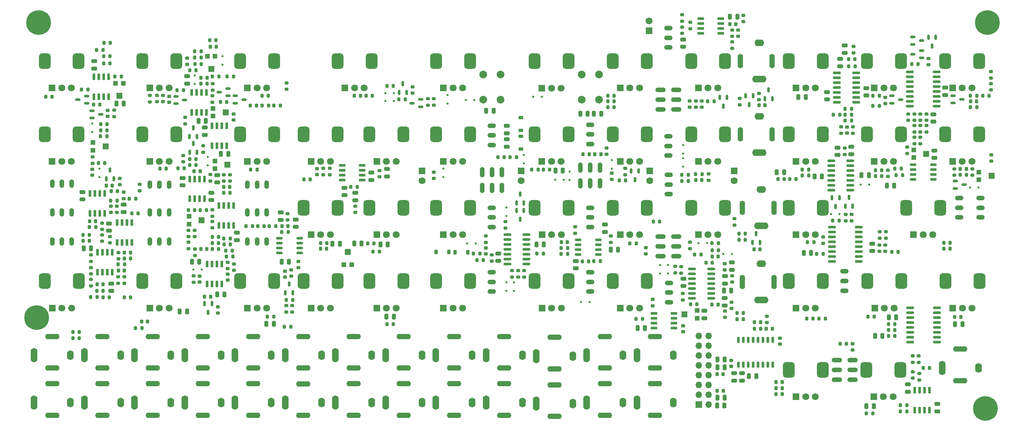
<source format=gbr>
%TF.GenerationSoftware,KiCad,Pcbnew,7.0.9*%
%TF.CreationDate,2023-12-27T11:06:13-06:00*%
%TF.ProjectId,SynthProj,53796e74-6850-4726-9f6a-2e6b69636164,rev?*%
%TF.SameCoordinates,Original*%
%TF.FileFunction,Soldermask,Top*%
%TF.FilePolarity,Negative*%
%FSLAX46Y46*%
G04 Gerber Fmt 4.6, Leading zero omitted, Abs format (unit mm)*
G04 Created by KiCad (PCBNEW 7.0.9) date 2023-12-27 11:06:13*
%MOMM*%
%LPD*%
G01*
G04 APERTURE LIST*
G04 Aperture macros list*
%AMRoundRect*
0 Rectangle with rounded corners*
0 $1 Rounding radius*
0 $2 $3 $4 $5 $6 $7 $8 $9 X,Y pos of 4 corners*
0 Add a 4 corners polygon primitive as box body*
4,1,4,$2,$3,$4,$5,$6,$7,$8,$9,$2,$3,0*
0 Add four circle primitives for the rounded corners*
1,1,$1+$1,$2,$3*
1,1,$1+$1,$4,$5*
1,1,$1+$1,$6,$7*
1,1,$1+$1,$8,$9*
0 Add four rect primitives between the rounded corners*
20,1,$1+$1,$2,$3,$4,$5,0*
20,1,$1+$1,$4,$5,$6,$7,0*
20,1,$1+$1,$6,$7,$8,$9,0*
20,1,$1+$1,$8,$9,$2,$3,0*%
G04 Aperture macros list end*
%ADD10C,6.400000*%
%ADD11R,1.200000X1.200000*%
%ADD12R,1.500000X1.600000*%
%ADD13RoundRect,0.200000X0.200000X0.275000X-0.200000X0.275000X-0.200000X-0.275000X0.200000X-0.275000X0*%
%ADD14RoundRect,0.200000X0.275000X-0.200000X0.275000X0.200000X-0.275000X0.200000X-0.275000X-0.200000X0*%
%ADD15O,2.200000X1.250000*%
%ADD16RoundRect,0.150000X0.825000X0.150000X-0.825000X0.150000X-0.825000X-0.150000X0.825000X-0.150000X0*%
%ADD17RoundRect,0.125000X0.125000X0.125000X-0.125000X0.125000X-0.125000X-0.125000X0.125000X-0.125000X0*%
%ADD18RoundRect,0.200000X-0.275000X0.200000X-0.275000X-0.200000X0.275000X-0.200000X0.275000X0.200000X0*%
%ADD19RoundRect,0.250000X-0.250000X-0.475000X0.250000X-0.475000X0.250000X0.475000X-0.250000X0.475000X0*%
%ADD20O,1.750000X3.700000*%
%ADD21O,1.750000X2.500000*%
%ADD22O,3.700000X1.400000*%
%ADD23RoundRect,0.250000X0.475000X-0.250000X0.475000X0.250000X-0.475000X0.250000X-0.475000X-0.250000X0*%
%ADD24RoundRect,0.200000X-0.200000X-0.275000X0.200000X-0.275000X0.200000X0.275000X-0.200000X0.275000X0*%
%ADD25RoundRect,0.125000X0.125000X-0.125000X0.125000X0.125000X-0.125000X0.125000X-0.125000X-0.125000X0*%
%ADD26RoundRect,0.250000X-0.475000X0.250000X-0.475000X-0.250000X0.475000X-0.250000X0.475000X0.250000X0*%
%ADD27R,1.800000X1.800000*%
%ADD28C,1.800000*%
%ADD29RoundRect,0.750000X0.750000X-1.250000X0.750000X1.250000X-0.750000X1.250000X-0.750000X-1.250000X0*%
%ADD30RoundRect,0.225000X-0.225000X-0.250000X0.225000X-0.250000X0.225000X0.250000X-0.225000X0.250000X0*%
%ADD31RoundRect,0.150000X0.725000X0.150000X-0.725000X0.150000X-0.725000X-0.150000X0.725000X-0.150000X0*%
%ADD32RoundRect,0.225000X0.375000X-0.225000X0.375000X0.225000X-0.375000X0.225000X-0.375000X-0.225000X0*%
%ADD33O,2.700000X1.250000*%
%ADD34RoundRect,0.150000X-0.825000X-0.150000X0.825000X-0.150000X0.825000X0.150000X-0.825000X0.150000X0*%
%ADD35RoundRect,0.225000X-0.375000X0.225000X-0.375000X-0.225000X0.375000X-0.225000X0.375000X0.225000X0*%
%ADD36RoundRect,0.150000X-0.725000X-0.150000X0.725000X-0.150000X0.725000X0.150000X-0.725000X0.150000X0*%
%ADD37RoundRect,0.150000X-0.512500X-0.150000X0.512500X-0.150000X0.512500X0.150000X-0.512500X0.150000X0*%
%ADD38RoundRect,0.150000X0.150000X-0.650000X0.150000X0.650000X-0.150000X0.650000X-0.150000X-0.650000X0*%
%ADD39O,1.250000X2.700000*%
%ADD40RoundRect,0.150000X0.150000X-0.512500X0.150000X0.512500X-0.150000X0.512500X-0.150000X-0.512500X0*%
%ADD41RoundRect,0.125000X-0.125000X0.125000X-0.125000X-0.125000X0.125000X-0.125000X0.125000X0.125000X0*%
%ADD42RoundRect,0.150000X-0.150000X0.512500X-0.150000X-0.512500X0.150000X-0.512500X0.150000X0.512500X0*%
%ADD43RoundRect,0.225000X0.225000X0.250000X-0.225000X0.250000X-0.225000X-0.250000X0.225000X-0.250000X0*%
%ADD44RoundRect,0.150000X-0.837500X-0.150000X0.837500X-0.150000X0.837500X0.150000X-0.837500X0.150000X0*%
%ADD45RoundRect,0.150000X-0.150000X0.725000X-0.150000X-0.725000X0.150000X-0.725000X0.150000X0.725000X0*%
%ADD46RoundRect,0.250000X0.250000X0.475000X-0.250000X0.475000X-0.250000X-0.475000X0.250000X-0.475000X0*%
%ADD47RoundRect,0.150000X-0.675000X-0.150000X0.675000X-0.150000X0.675000X0.150000X-0.675000X0.150000X0*%
%ADD48R,1.600000X1.500000*%
%ADD49RoundRect,0.150000X0.512500X0.150000X-0.512500X0.150000X-0.512500X-0.150000X0.512500X-0.150000X0*%
%ADD50O,1.250000X2.200000*%
%ADD51RoundRect,0.225000X0.250000X-0.225000X0.250000X0.225000X-0.250000X0.225000X-0.250000X-0.225000X0*%
%ADD52O,3.700000X1.750000*%
%ADD53O,2.500000X1.750000*%
%ADD54O,1.400000X3.700000*%
%ADD55RoundRect,0.125000X-0.125000X-0.125000X0.125000X-0.125000X0.125000X0.125000X-0.125000X0.125000X0*%
%ADD56RoundRect,0.225000X-0.250000X0.225000X-0.250000X-0.225000X0.250000X-0.225000X0.250000X0.225000X0*%
%ADD57C,2.000000*%
%ADD58RoundRect,0.225000X-0.225000X-0.375000X0.225000X-0.375000X0.225000X0.375000X-0.225000X0.375000X0*%
%ADD59RoundRect,0.150000X0.150000X-0.725000X0.150000X0.725000X-0.150000X0.725000X-0.150000X-0.725000X0*%
%ADD60RoundRect,0.150000X0.837500X0.150000X-0.837500X0.150000X-0.837500X-0.150000X0.837500X-0.150000X0*%
%ADD61RoundRect,0.225000X0.225000X0.375000X-0.225000X0.375000X-0.225000X-0.375000X0.225000X-0.375000X0*%
%ADD62R,1.700000X1.700000*%
%ADD63O,1.700000X1.700000*%
G04 APERTURE END LIST*
D10*
%TO.C,H4*%
X149500000Y-218000000D03*
%TD*%
%TO.C,H3*%
X150000000Y-141500000D03*
%TD*%
%TO.C,H2*%
X395500000Y-141500000D03*
%TD*%
%TO.C,H1*%
X395000000Y-241500000D03*
%TD*%
D11*
%TO.C,RV6*%
X393322400Y-180267600D03*
D12*
X396572400Y-181267600D03*
D11*
X393322400Y-182267600D03*
%TD*%
D13*
%TO.C,R291*%
X350625000Y-198450000D03*
X348975000Y-198450000D03*
%TD*%
D14*
%TO.C,R57*%
X163918600Y-178016400D03*
X163918600Y-176366400D03*
%TD*%
D15*
%TO.C,SW12*%
X313000000Y-176000000D03*
X313000000Y-173500000D03*
X313000000Y-171000000D03*
%TD*%
D16*
%TO.C,U28*%
X361529400Y-162179000D03*
X361529400Y-160909000D03*
X361529400Y-159639000D03*
X361529400Y-158369000D03*
X361529400Y-157099000D03*
X361529400Y-155829000D03*
X361529400Y-154559000D03*
X356579400Y-154559000D03*
X356579400Y-155829000D03*
X356579400Y-157099000D03*
X356579400Y-158369000D03*
X356579400Y-159639000D03*
X356579400Y-160909000D03*
X356579400Y-162179000D03*
%TD*%
D17*
%TO.C,D24*%
X280214000Y-160728200D03*
X278014000Y-160728200D03*
%TD*%
D18*
%TO.C,R219*%
X318516000Y-198425800D03*
X318516000Y-200075800D03*
%TD*%
D13*
%TO.C,R4*%
X385891400Y-198615800D03*
X384241400Y-198615800D03*
%TD*%
D19*
%TO.C,C147*%
X341000000Y-180300000D03*
X342900000Y-180300000D03*
%TD*%
D20*
%TO.C,J34*%
X304800000Y-240000000D03*
D21*
X314200000Y-240000000D03*
D22*
X309500000Y-235100000D03*
X309500000Y-243300000D03*
%TD*%
D23*
%TO.C,C110*%
X322275200Y-218145400D03*
X322275200Y-216245400D03*
%TD*%
D24*
%TO.C,R263*%
X358686600Y-163908400D03*
X360336600Y-163908400D03*
%TD*%
D25*
%TO.C,D27*%
X254750000Y-181600000D03*
X254750000Y-179400000D03*
%TD*%
D14*
%TO.C,R290*%
X358851200Y-192900800D03*
X358851200Y-191250800D03*
%TD*%
D20*
%TO.C,J17*%
X213800000Y-227750000D03*
D21*
X223200000Y-227750000D03*
D22*
X218500000Y-222850000D03*
X218500000Y-231050000D03*
%TD*%
D18*
%TO.C,R286*%
X329438000Y-207112600D03*
X329438000Y-208762600D03*
%TD*%
D24*
%TO.C,R91*%
X189065400Y-153898600D03*
X190715400Y-153898600D03*
%TD*%
D26*
%TO.C,C87*%
X316825000Y-207875000D03*
X316825000Y-209775000D03*
%TD*%
D20*
%TO.C,J22*%
X200800000Y-240000000D03*
D21*
X210200000Y-240000000D03*
D22*
X205500000Y-235100000D03*
X205500000Y-243300000D03*
%TD*%
D19*
%TO.C,C88*%
X327350000Y-210950000D03*
X329250000Y-210950000D03*
%TD*%
D24*
%TO.C,R60*%
X165025000Y-211010000D03*
X166675000Y-211010000D03*
%TD*%
D18*
%TO.C,R185*%
X194945000Y-160529000D03*
X194945000Y-162179000D03*
%TD*%
D23*
%TO.C,C41*%
X236093000Y-182306000D03*
X236093000Y-180406000D03*
%TD*%
D13*
%TO.C,R28*%
X392772400Y-163449000D03*
X391122400Y-163449000D03*
%TD*%
D27*
%TO.C,RV36*%
X320750000Y-158500000D03*
D28*
X323250000Y-158500000D03*
X325750000Y-158500000D03*
D29*
X318850000Y-151500000D03*
X327650000Y-151500000D03*
%TD*%
D30*
%TO.C,C20*%
X163195000Y-192977000D03*
X164745000Y-192977000D03*
%TD*%
D31*
%TO.C,U13*%
X326475800Y-144322800D03*
X326475800Y-143052800D03*
X326475800Y-141782800D03*
X326475800Y-140512800D03*
X321325800Y-140512800D03*
X321325800Y-141782800D03*
X321325800Y-143052800D03*
X321325800Y-144322800D03*
%TD*%
D18*
%TO.C,R120*%
X215315800Y-205600800D03*
X215315800Y-207250800D03*
%TD*%
D32*
%TO.C,D21*%
X274777200Y-169455600D03*
X274777200Y-166155600D03*
%TD*%
D14*
%TO.C,R208*%
X214100000Y-216525000D03*
X214100000Y-214875000D03*
%TD*%
D20*
%TO.C,J21*%
X265800000Y-240000000D03*
D21*
X275200000Y-240000000D03*
D22*
X270500000Y-235100000D03*
X270500000Y-243300000D03*
%TD*%
D30*
%TO.C,C107*%
X320077800Y-182334400D03*
X321627800Y-182334400D03*
%TD*%
D13*
%TO.C,R87*%
X193611000Y-157378400D03*
X191961000Y-157378400D03*
%TD*%
D33*
%TO.C,SW28*%
X310970000Y-202040000D03*
X310970000Y-199500000D03*
X310970000Y-196960000D03*
X315030000Y-202040000D03*
X315030000Y-199500000D03*
X315030000Y-196960000D03*
%TD*%
D18*
%TO.C,R154*%
X272491200Y-205804000D03*
X272491200Y-207454000D03*
%TD*%
D13*
%TO.C,R55*%
X167092600Y-177965600D03*
X165442600Y-177965600D03*
%TD*%
D23*
%TO.C,C36*%
X382524000Y-242250000D03*
X382524000Y-240350000D03*
%TD*%
D27*
%TO.C,RV19*%
X386560000Y-215500000D03*
D28*
X389060000Y-215500000D03*
X391560000Y-215500000D03*
D29*
X384660000Y-208500000D03*
X393460000Y-208500000D03*
%TD*%
D24*
%TO.C,R282*%
X366525000Y-181350000D03*
X368175000Y-181350000D03*
%TD*%
D13*
%TO.C,R134*%
X270496800Y-176416200D03*
X268846800Y-176416200D03*
%TD*%
D23*
%TO.C,C81*%
X268960600Y-203250800D03*
X268960600Y-201350800D03*
%TD*%
D14*
%TO.C,R22*%
X379730000Y-169889600D03*
X379730000Y-168239600D03*
%TD*%
%TO.C,R285*%
X329300000Y-215650000D03*
X329300000Y-214000000D03*
%TD*%
D13*
%TO.C,R141*%
X244871800Y-161395600D03*
X243221800Y-161395600D03*
%TD*%
D24*
%TO.C,R245*%
X240144800Y-219710000D03*
X241794800Y-219710000D03*
%TD*%
D34*
%TO.C,U15*%
X271275000Y-196440000D03*
X271275000Y-197710000D03*
X271275000Y-198980000D03*
X271275000Y-200250000D03*
X271275000Y-201520000D03*
X271275000Y-202790000D03*
X271275000Y-204060000D03*
X276225000Y-204060000D03*
X276225000Y-202790000D03*
X276225000Y-201520000D03*
X276225000Y-200250000D03*
X276225000Y-198980000D03*
X276225000Y-197710000D03*
X276225000Y-196440000D03*
%TD*%
D14*
%TO.C,R174*%
X316650000Y-213400000D03*
X316650000Y-211750000D03*
%TD*%
D18*
%TO.C,R51*%
X170200000Y-189075000D03*
X170200000Y-190725000D03*
%TD*%
D35*
%TO.C,D20*%
X274777200Y-171032400D03*
X274777200Y-174332400D03*
%TD*%
D24*
%TO.C,R189*%
X194958200Y-155498800D03*
X196608200Y-155498800D03*
%TD*%
D18*
%TO.C,R50*%
X168700000Y-189075000D03*
X168700000Y-190725000D03*
%TD*%
D26*
%TO.C,C94*%
X196189600Y-181041000D03*
X196189600Y-182941000D03*
%TD*%
D13*
%TO.C,R70*%
X190374400Y-190128600D03*
X188724400Y-190128600D03*
%TD*%
%TO.C,R186*%
X212518600Y-163041800D03*
X210868600Y-163041800D03*
%TD*%
D14*
%TO.C,R298*%
X358571800Y-175729400D03*
X358571800Y-174079400D03*
%TD*%
D23*
%TO.C,C76*%
X271100000Y-170200000D03*
X271100000Y-168300000D03*
%TD*%
D18*
%TO.C,R194*%
X198958200Y-203632800D03*
X198958200Y-205282800D03*
%TD*%
D27*
%TO.C,RV5*%
X386500000Y-177500000D03*
D28*
X389000000Y-177500000D03*
X391500000Y-177500000D03*
D29*
X384600000Y-170500000D03*
X393400000Y-170500000D03*
%TD*%
D23*
%TO.C,C58*%
X212623400Y-192643800D03*
X212623400Y-190743800D03*
%TD*%
D36*
%TO.C,U11*%
X228565000Y-178499000D03*
X228565000Y-179769000D03*
X228565000Y-181039000D03*
X228565000Y-182309000D03*
X233715000Y-182309000D03*
X233715000Y-181039000D03*
X233715000Y-179769000D03*
X233715000Y-178499000D03*
%TD*%
D24*
%TO.C,R150*%
X263398000Y-203098400D03*
X265048000Y-203098400D03*
%TD*%
D14*
%TO.C,R203*%
X194945000Y-191693800D03*
X194945000Y-190043800D03*
%TD*%
%TO.C,R6*%
X369798600Y-181444400D03*
X369798600Y-179794400D03*
%TD*%
D24*
%TO.C,R270*%
X341325000Y-182100000D03*
X342975000Y-182100000D03*
%TD*%
D13*
%TO.C,R63*%
X165100000Y-212660000D03*
X163450000Y-212660000D03*
%TD*%
D30*
%TO.C,C30*%
X190221400Y-180044800D03*
X191771400Y-180044800D03*
%TD*%
D36*
%TO.C,U20*%
X309235400Y-216890600D03*
X309235400Y-218160600D03*
X309235400Y-219430600D03*
X309235400Y-220700600D03*
X314385400Y-220700600D03*
X314385400Y-219430600D03*
X314385400Y-218160600D03*
X314385400Y-216890600D03*
%TD*%
D20*
%TO.C,J20*%
X252800000Y-240000000D03*
D21*
X262200000Y-240000000D03*
D22*
X257500000Y-235100000D03*
X257500000Y-243300000D03*
%TD*%
D13*
%TO.C,R102*%
X371588800Y-222758000D03*
X369938800Y-222758000D03*
%TD*%
D23*
%TO.C,C35*%
X374904000Y-237170000D03*
X374904000Y-235270000D03*
%TD*%
D27*
%TO.C,RV22*%
X220500000Y-196500000D03*
D28*
X223000000Y-196500000D03*
X225500000Y-196500000D03*
D29*
X218600000Y-189500000D03*
X227400000Y-189500000D03*
%TD*%
D37*
%TO.C,Q4*%
X376201800Y-145275800D03*
X376201800Y-147175800D03*
X378476800Y-146225800D03*
%TD*%
D27*
%TO.C,RV1*%
X386500000Y-158500000D03*
D28*
X389000000Y-158500000D03*
X391500000Y-158500000D03*
D29*
X384600000Y-151500000D03*
X393400000Y-151500000D03*
%TD*%
D24*
%TO.C,R199*%
X197967600Y-198983600D03*
X199617600Y-198983600D03*
%TD*%
D13*
%TO.C,R135*%
X241773000Y-157992000D03*
X240123000Y-157992000D03*
%TD*%
D18*
%TO.C,R29*%
X379730000Y-165202600D03*
X379730000Y-166852600D03*
%TD*%
D38*
%TO.C,U31*%
X331110000Y-230200000D03*
X332380000Y-230200000D03*
X333650000Y-230200000D03*
X334920000Y-230200000D03*
X336190000Y-230200000D03*
X337460000Y-230200000D03*
X338730000Y-230200000D03*
X340000000Y-230200000D03*
X340000000Y-223700000D03*
X338730000Y-223700000D03*
X337460000Y-223700000D03*
X336190000Y-223700000D03*
X334920000Y-223700000D03*
X333650000Y-223700000D03*
X332380000Y-223700000D03*
X331110000Y-223700000D03*
%TD*%
D23*
%TO.C,C142*%
X331978000Y-234310000D03*
X331978000Y-232410000D03*
%TD*%
D19*
%TO.C,C82*%
X278831000Y-199009000D03*
X280731000Y-199009000D03*
%TD*%
D30*
%TO.C,C34*%
X170624400Y-205804000D03*
X172174400Y-205804000D03*
%TD*%
D17*
%TO.C,D18*%
X263075600Y-198755000D03*
X260875600Y-198755000D03*
%TD*%
D14*
%TO.C,R90*%
X176149000Y-185102000D03*
X176149000Y-183452000D03*
%TD*%
D26*
%TO.C,C42*%
X229108000Y-184343000D03*
X229108000Y-186243000D03*
%TD*%
D13*
%TO.C,R171*%
X332892800Y-196215000D03*
X331242800Y-196215000D03*
%TD*%
D18*
%TO.C,R35*%
X163547000Y-205028000D03*
X163547000Y-206678000D03*
%TD*%
%TO.C,R12*%
X378162500Y-171272200D03*
X378162500Y-172922200D03*
%TD*%
D27*
%TO.C,RV78*%
X346000000Y-177500000D03*
D28*
X348500000Y-177500000D03*
X351000000Y-177500000D03*
D29*
X344100000Y-170500000D03*
X352900000Y-170500000D03*
%TD*%
D14*
%TO.C,R58*%
X163525000Y-203410000D03*
X163525000Y-201760000D03*
%TD*%
D13*
%TO.C,R184*%
X200431400Y-155486600D03*
X198781400Y-155486600D03*
%TD*%
D39*
%TO.C,SW20*%
X269840000Y-184380000D03*
X267300000Y-184380000D03*
X264760000Y-184380000D03*
X269840000Y-180320000D03*
X267300000Y-180320000D03*
X264760000Y-180320000D03*
%TD*%
D40*
%TO.C,Q9*%
X167515000Y-181990000D03*
X169415000Y-181990000D03*
X168465000Y-179715000D03*
%TD*%
D20*
%TO.C,J4*%
X148800000Y-227750000D03*
D21*
X158200000Y-227750000D03*
D22*
X153500000Y-222850000D03*
X153500000Y-231050000D03*
%TD*%
D14*
%TO.C,R3*%
X231902000Y-190754000D03*
X231902000Y-189104000D03*
%TD*%
D18*
%TO.C,R278*%
X338455000Y-217615000D03*
X338455000Y-219265000D03*
%TD*%
D19*
%TO.C,C64*%
X325562000Y-240792000D03*
X327462000Y-240792000D03*
%TD*%
D18*
%TO.C,R20*%
X375056400Y-165202600D03*
X375056400Y-166852600D03*
%TD*%
D13*
%TO.C,R211*%
X306234600Y-218287600D03*
X304584600Y-218287600D03*
%TD*%
D14*
%TO.C,R302*%
X367550000Y-200825000D03*
X367550000Y-199175000D03*
%TD*%
D26*
%TO.C,C25*%
X188400000Y-155450000D03*
X188400000Y-157350000D03*
%TD*%
D20*
%TO.C,J14*%
X265800000Y-227750000D03*
D21*
X275200000Y-227750000D03*
D22*
X270500000Y-222850000D03*
X270500000Y-231050000D03*
%TD*%
D24*
%TO.C,R121*%
X222923600Y-198678800D03*
X224573600Y-198678800D03*
%TD*%
D17*
%TO.C,D82*%
X364980400Y-183489600D03*
X362780400Y-183489600D03*
%TD*%
D14*
%TO.C,R109*%
X377901200Y-234124000D03*
X377901200Y-232474000D03*
%TD*%
D41*
%TO.C,D37*%
X310845200Y-204348400D03*
X310845200Y-206548400D03*
%TD*%
D20*
%TO.C,J12*%
X278800000Y-227965000D03*
D21*
X288200000Y-227965000D03*
D22*
X283500000Y-223065000D03*
X283500000Y-231265000D03*
%TD*%
D24*
%TO.C,R264*%
X358686600Y-166956400D03*
X360336600Y-166956400D03*
%TD*%
D26*
%TO.C,C11*%
X384606800Y-158409600D03*
X384606800Y-160309600D03*
%TD*%
D24*
%TO.C,R288*%
X348755200Y-218211400D03*
X350405200Y-218211400D03*
%TD*%
D18*
%TO.C,R96*%
X172186600Y-207430600D03*
X172186600Y-209080600D03*
%TD*%
D15*
%TO.C,SW22*%
X292750000Y-168000000D03*
X292750000Y-170500000D03*
X292750000Y-173000000D03*
%TD*%
D13*
%TO.C,R85*%
X192025000Y-149000000D03*
X190375000Y-149000000D03*
%TD*%
D17*
%TO.C,D1*%
X393195600Y-184243600D03*
X390995600Y-184243600D03*
%TD*%
D13*
%TO.C,R187*%
X209460600Y-163030400D03*
X207810600Y-163030400D03*
%TD*%
D42*
%TO.C,Q15*%
X275550000Y-190212500D03*
X273650000Y-190212500D03*
X274600000Y-192487500D03*
%TD*%
D13*
%TO.C,R113*%
X236784600Y-198740400D03*
X235134600Y-198740400D03*
%TD*%
D18*
%TO.C,R76*%
X194462400Y-180898800D03*
X194462400Y-182548800D03*
%TD*%
D33*
%TO.C,SW13*%
X310970000Y-164040000D03*
X310970000Y-161500000D03*
X310970000Y-158960000D03*
X315030000Y-164040000D03*
X315030000Y-161500000D03*
X315030000Y-158960000D03*
%TD*%
D43*
%TO.C,C32*%
X193561000Y-155829000D03*
X192011000Y-155829000D03*
%TD*%
D14*
%TO.C,R98*%
X376245000Y-229572600D03*
X376245000Y-227922600D03*
%TD*%
D43*
%TO.C,C45*%
X233250000Y-160488000D03*
X231700000Y-160488000D03*
%TD*%
D24*
%TO.C,R300*%
X351350000Y-201450000D03*
X353000000Y-201450000D03*
%TD*%
D19*
%TO.C,C115*%
X238419600Y-198983600D03*
X240319600Y-198983600D03*
%TD*%
D44*
%TO.C,U2*%
X375431700Y-154292800D03*
X375431700Y-155562800D03*
X375431700Y-156832800D03*
X375431700Y-158102800D03*
X375431700Y-159372800D03*
X375431700Y-160642800D03*
X375431700Y-161912800D03*
X375431700Y-163182800D03*
X382356700Y-163182800D03*
X382356700Y-161912800D03*
X382356700Y-160642800D03*
X382356700Y-159372800D03*
X382356700Y-158102800D03*
X382356700Y-156832800D03*
X382356700Y-155562800D03*
X382356700Y-154292800D03*
%TD*%
D45*
%TO.C,U8*%
X174091600Y-193348400D03*
X172821600Y-193348400D03*
X171551600Y-193348400D03*
X170281600Y-193348400D03*
X170281600Y-198498400D03*
X171551600Y-198498400D03*
X172821600Y-198498400D03*
X174091600Y-198498400D03*
%TD*%
D24*
%TO.C,R100*%
X387007600Y-217830400D03*
X388657600Y-217830400D03*
%TD*%
%TO.C,R44*%
X164180000Y-162740000D03*
X165830000Y-162740000D03*
%TD*%
D46*
%TO.C,C63*%
X327528000Y-228854000D03*
X325628000Y-228854000D03*
%TD*%
D15*
%TO.C,SW27*%
X313100000Y-209000000D03*
X313100000Y-211500000D03*
X313100000Y-214000000D03*
%TD*%
D30*
%TO.C,C90*%
X324319600Y-202146400D03*
X325869600Y-202146400D03*
%TD*%
D13*
%TO.C,R10*%
X385891400Y-200139800D03*
X384241400Y-200139800D03*
%TD*%
D46*
%TO.C,C74*%
X299958800Y-200343000D03*
X298058800Y-200343000D03*
%TD*%
D14*
%TO.C,R279*%
X336400000Y-161525000D03*
X336400000Y-159875000D03*
%TD*%
D20*
%TO.C,J18*%
X304800000Y-227750000D03*
D21*
X314200000Y-227750000D03*
D22*
X309500000Y-222850000D03*
X309500000Y-231050000D03*
%TD*%
D18*
%TO.C,R124*%
X316560200Y-139535400D03*
X316560200Y-141185400D03*
%TD*%
D14*
%TO.C,R201*%
X194970400Y-194716400D03*
X194970400Y-193066400D03*
%TD*%
D47*
%TO.C,U12*%
X212309800Y-197434200D03*
X212309800Y-198704200D03*
X212309800Y-199974200D03*
X212309800Y-201244200D03*
X217559800Y-201244200D03*
X217559800Y-199974200D03*
X217559800Y-198704200D03*
X217559800Y-197434200D03*
%TD*%
D14*
%TO.C,R202*%
X196418200Y-216814400D03*
X196418200Y-215164400D03*
%TD*%
D23*
%TO.C,C28*%
X194691000Y-187513000D03*
X194691000Y-185613000D03*
%TD*%
D14*
%TO.C,R81*%
X195000000Y-159025000D03*
X195000000Y-157375000D03*
%TD*%
%TO.C,R146*%
X267233400Y-203352400D03*
X267233400Y-201702400D03*
%TD*%
D37*
%TO.C,Q20*%
X200868700Y-160517800D03*
X200868700Y-162417800D03*
X203143700Y-161467800D03*
%TD*%
D11*
%TO.C,RV25*%
X228997000Y-204238000D03*
D48*
X229997000Y-200988000D03*
D11*
X230997000Y-204238000D03*
%TD*%
D23*
%TO.C,C89*%
X327600000Y-209150000D03*
X327600000Y-207250000D03*
%TD*%
D49*
%TO.C,Q3*%
X378476800Y-150681000D03*
X378476800Y-148781000D03*
X376201800Y-149731000D03*
%TD*%
D26*
%TO.C,C95*%
X201269600Y-196001600D03*
X201269600Y-197901600D03*
%TD*%
D24*
%TO.C,R213*%
X309055000Y-193065400D03*
X310705000Y-193065400D03*
%TD*%
D50*
%TO.C,SW9*%
X153500000Y-183250000D03*
X156000000Y-183250000D03*
X158500000Y-183250000D03*
%TD*%
D27*
%TO.C,RV17*%
X178750000Y-215500000D03*
D28*
X181250000Y-215500000D03*
X183750000Y-215500000D03*
D29*
X176850000Y-208500000D03*
X185650000Y-208500000D03*
%TD*%
D27*
%TO.C,RV50*%
X220500000Y-177500000D03*
D28*
X223000000Y-177500000D03*
X225500000Y-177500000D03*
D29*
X218600000Y-170500000D03*
X227400000Y-170500000D03*
%TD*%
D30*
%TO.C,C146*%
X340850000Y-234700000D03*
X342400000Y-234700000D03*
%TD*%
D20*
%TO.C,J3*%
X174800000Y-240000000D03*
D21*
X184200000Y-240000000D03*
D22*
X179500000Y-235100000D03*
X179500000Y-243300000D03*
%TD*%
D24*
%TO.C,R178*%
X207773000Y-160515800D03*
X209423000Y-160515800D03*
%TD*%
D26*
%TO.C,C12*%
X381533400Y-165293000D03*
X381533400Y-167193000D03*
%TD*%
D51*
%TO.C,C114*%
X221996000Y-180925000D03*
X221996000Y-179375000D03*
%TD*%
D52*
%TO.C,J32*%
X336500000Y-175200000D03*
D53*
X336500000Y-165800000D03*
D54*
X331600000Y-170500000D03*
X339800000Y-170500000D03*
%TD*%
D15*
%TO.C,SW18*%
X267250000Y-194500000D03*
X267250000Y-192000000D03*
X267250000Y-189500000D03*
%TD*%
D41*
%TO.C,D26*%
X255778000Y-160326800D03*
X255778000Y-162526800D03*
%TD*%
D26*
%TO.C,C51*%
X216500000Y-192550000D03*
X216500000Y-194450000D03*
%TD*%
D24*
%TO.C,R73*%
X186017400Y-179247800D03*
X187667400Y-179247800D03*
%TD*%
D55*
%TO.C,D15*%
X239746400Y-159820800D03*
X241946400Y-159820800D03*
%TD*%
D18*
%TO.C,R188*%
X190423800Y-200203800D03*
X190423800Y-201853800D03*
%TD*%
%TO.C,R145*%
X296976800Y-174003200D03*
X296976800Y-175653200D03*
%TD*%
D15*
%TO.C,SW1*%
X393750000Y-192000000D03*
X393750000Y-189500000D03*
X393750000Y-187000000D03*
%TD*%
D41*
%TO.C,D3*%
X165697600Y-179337200D03*
X165697600Y-181537200D03*
%TD*%
D40*
%TO.C,Q18*%
X243300000Y-159637500D03*
X245200000Y-159637500D03*
X244250000Y-157362500D03*
%TD*%
D11*
%TO.C,RV45*%
X195126200Y-163783000D03*
D12*
X198376200Y-164783000D03*
D11*
X195126200Y-165783000D03*
%TD*%
D20*
%TO.C,J8*%
X161800000Y-240000000D03*
D21*
X171200000Y-240000000D03*
D22*
X166500000Y-235100000D03*
X166500000Y-243300000D03*
%TD*%
D18*
%TO.C,R155*%
X298297600Y-180556400D03*
X298297600Y-182206400D03*
%TD*%
D43*
%TO.C,C105*%
X199428400Y-184112400D03*
X197878400Y-184112400D03*
%TD*%
D24*
%TO.C,R103*%
X369938800Y-221234000D03*
X371588800Y-221234000D03*
%TD*%
D20*
%TO.C,J23*%
X200800000Y-227750000D03*
D21*
X210200000Y-227750000D03*
D22*
X205500000Y-222850000D03*
X205500000Y-231050000D03*
%TD*%
D46*
%TO.C,C15*%
X188402000Y-216331800D03*
X186502000Y-216331800D03*
%TD*%
%TO.C,C6*%
X163535400Y-200025000D03*
X161635400Y-200025000D03*
%TD*%
D14*
%TO.C,R18*%
X374751600Y-175437800D03*
X374751600Y-173787800D03*
%TD*%
D47*
%TO.C,U1*%
X376258000Y-178372000D03*
X376258000Y-179642000D03*
X376258000Y-180912000D03*
X376258000Y-182182000D03*
X381508000Y-182182000D03*
X381508000Y-180912000D03*
X381508000Y-179642000D03*
X381508000Y-178372000D03*
%TD*%
D56*
%TO.C,C8*%
X369064400Y-160934600D03*
X369064400Y-162484600D03*
%TD*%
D24*
%TO.C,R244*%
X236538000Y-200837800D03*
X238188000Y-200837800D03*
%TD*%
D13*
%TO.C,R196*%
X196582800Y-197091800D03*
X194932800Y-197091800D03*
%TD*%
D18*
%TO.C,R130*%
X318643000Y-141465800D03*
X318643000Y-143115800D03*
%TD*%
D19*
%TO.C,C69*%
X283750000Y-179900000D03*
X285650000Y-179900000D03*
%TD*%
D13*
%TO.C,R5*%
X392772400Y-160451800D03*
X391122400Y-160451800D03*
%TD*%
D25*
%TO.C,D30*%
X271018000Y-191664000D03*
X271018000Y-189464000D03*
%TD*%
D14*
%TO.C,R19*%
X376613100Y-166852600D03*
X376613100Y-165202600D03*
%TD*%
D30*
%TO.C,C102*%
X192925400Y-212585800D03*
X194475400Y-212585800D03*
%TD*%
D19*
%TO.C,C99*%
X387162000Y-219710000D03*
X389062000Y-219710000D03*
%TD*%
D13*
%TO.C,R207*%
X199516000Y-185661800D03*
X197866000Y-185661800D03*
%TD*%
D24*
%TO.C,R197*%
X198450200Y-200588400D03*
X200100200Y-200588400D03*
%TD*%
D56*
%TO.C,C103*%
X198958200Y-206718400D03*
X198958200Y-208268400D03*
%TD*%
D57*
%TO.C,SW15*%
X290500000Y-161500000D03*
X290500000Y-155000000D03*
X295000000Y-161500000D03*
X295000000Y-155000000D03*
%TD*%
D24*
%TO.C,R289*%
X355486200Y-192850000D03*
X357136200Y-192850000D03*
%TD*%
%TO.C,R159*%
X290665400Y-203377800D03*
X292315400Y-203377800D03*
%TD*%
%TO.C,R215*%
X300225000Y-182400000D03*
X301875000Y-182400000D03*
%TD*%
D15*
%TO.C,SW2*%
X388250000Y-187000000D03*
X388250000Y-189500000D03*
X388250000Y-192000000D03*
%TD*%
D24*
%TO.C,R193*%
X194932800Y-198641200D03*
X196582800Y-198641200D03*
%TD*%
D37*
%TO.C,Q6*%
X386593500Y-160467000D03*
X386593500Y-162367000D03*
X388868500Y-161417000D03*
%TD*%
D24*
%TO.C,R83*%
X174104800Y-190931800D03*
X175754800Y-190931800D03*
%TD*%
D27*
%TO.C,D32*%
X330000000Y-180000000D03*
D28*
X330000000Y-182540000D03*
%TD*%
D50*
%TO.C,SW6*%
X183750000Y-190750000D03*
X181250000Y-190750000D03*
X178750000Y-190750000D03*
%TD*%
D18*
%TO.C,R304*%
X369100000Y-199175000D03*
X369100000Y-200825000D03*
%TD*%
D46*
%TO.C,C37*%
X368361000Y-222758000D03*
X366461000Y-222758000D03*
%TD*%
D20*
%TO.C,J2*%
X187800000Y-240000000D03*
D21*
X197200000Y-240000000D03*
D22*
X192500000Y-235100000D03*
X192500000Y-243300000D03*
%TD*%
D18*
%TO.C,R179*%
X214198200Y-157164000D03*
X214198200Y-158814000D03*
%TD*%
D11*
%TO.C,RV39*%
X320392200Y-218119200D03*
D12*
X317142200Y-217119200D03*
D11*
X320392200Y-216119200D03*
%TD*%
D46*
%TO.C,C47*%
X233580200Y-198740400D03*
X231680200Y-198740400D03*
%TD*%
D45*
%TO.C,U3*%
X168125000Y-155565000D03*
X166855000Y-155565000D03*
X165585000Y-155565000D03*
X164315000Y-155565000D03*
X164315000Y-160715000D03*
X165585000Y-160715000D03*
X166855000Y-160715000D03*
X168125000Y-160715000D03*
%TD*%
D46*
%TO.C,C75*%
X292059400Y-165164000D03*
X290159400Y-165164000D03*
%TD*%
D11*
%TO.C,RV11*%
X164070000Y-172630000D03*
D12*
X167320000Y-173630000D03*
D11*
X164070000Y-174630000D03*
%TD*%
D13*
%TO.C,R32*%
X162725000Y-158850000D03*
X161075000Y-158850000D03*
%TD*%
D23*
%TO.C,C162*%
X360293400Y-175608600D03*
X360293400Y-173708600D03*
%TD*%
D18*
%TO.C,R151*%
X275666200Y-205791800D03*
X275666200Y-207441800D03*
%TD*%
D14*
%TO.C,R1*%
X396417800Y-155917400D03*
X396417800Y-154267400D03*
%TD*%
D42*
%TO.C,Q26*%
X194828200Y-214343900D03*
X192928200Y-214343900D03*
X193878200Y-216618900D03*
%TD*%
D25*
%TO.C,D4*%
X193776600Y-178524400D03*
X193776600Y-176324400D03*
%TD*%
D18*
%TO.C,R23*%
X391617200Y-179426600D03*
X391617200Y-181076600D03*
%TD*%
D41*
%TO.C,D29*%
X273024600Y-208844200D03*
X273024600Y-211044200D03*
%TD*%
D19*
%TO.C,C98*%
X370017000Y-217932000D03*
X371917000Y-217932000D03*
%TD*%
D50*
%TO.C,SW29*%
X209000000Y-183500000D03*
X206500000Y-183500000D03*
X204000000Y-183500000D03*
%TD*%
D18*
%TO.C,R294*%
X353050000Y-197075000D03*
X353050000Y-198725000D03*
%TD*%
D30*
%TO.C,C68*%
X325602000Y-236982000D03*
X327152000Y-236982000D03*
%TD*%
D23*
%TO.C,C96*%
X192989200Y-170637200D03*
X192989200Y-168737200D03*
%TD*%
D18*
%TO.C,R54*%
X170675000Y-201091000D03*
X170675000Y-202741000D03*
%TD*%
D43*
%TO.C,C71*%
X286816800Y-198438000D03*
X285266800Y-198438000D03*
%TD*%
%TO.C,C151*%
X337962400Y-162987600D03*
X336412400Y-162987600D03*
%TD*%
D55*
%TO.C,D11*%
X290322000Y-213957400D03*
X292522000Y-213957400D03*
%TD*%
D26*
%TO.C,C4*%
X381787400Y-174716400D03*
X381787400Y-176616400D03*
%TD*%
D19*
%TO.C,C148*%
X346588000Y-160846000D03*
X348488000Y-160846000D03*
%TD*%
D24*
%TO.C,R7*%
X365902600Y-160515800D03*
X367552600Y-160515800D03*
%TD*%
D20*
%TO.C,J25*%
X383800000Y-231000000D03*
D21*
X393200000Y-231000000D03*
D22*
X388500000Y-226100000D03*
X388500000Y-234300000D03*
%TD*%
D55*
%TO.C,D35*%
X190009600Y-205511400D03*
X192209600Y-205511400D03*
%TD*%
D50*
%TO.C,SW4*%
X153500000Y-190750000D03*
X156000000Y-190750000D03*
X158500000Y-190750000D03*
%TD*%
D52*
%TO.C,J33*%
X336500000Y-156200000D03*
D53*
X336500000Y-146800000D03*
D54*
X331600000Y-151500000D03*
X339800000Y-151500000D03*
%TD*%
D30*
%TO.C,C59*%
X222973600Y-200152000D03*
X224523600Y-200152000D03*
%TD*%
D37*
%TO.C,Q7*%
X163785000Y-164350000D03*
X163785000Y-166250000D03*
X166060000Y-165300000D03*
%TD*%
D24*
%TO.C,R295*%
X347625000Y-179600000D03*
X349275000Y-179600000D03*
%TD*%
D46*
%TO.C,C43*%
X364850000Y-181050000D03*
X362950000Y-181050000D03*
%TD*%
D18*
%TO.C,R27*%
X380234900Y-150811000D03*
X380234900Y-152461000D03*
%TD*%
D24*
%TO.C,R127*%
X297269400Y-163462200D03*
X298919400Y-163462200D03*
%TD*%
D37*
%TO.C,Q12*%
X185506500Y-160664400D03*
X185506500Y-162564400D03*
X187781500Y-161614400D03*
%TD*%
D24*
%TO.C,R36*%
X166800000Y-152100000D03*
X168450000Y-152100000D03*
%TD*%
D14*
%TO.C,R175*%
X323400000Y-182400000D03*
X323400000Y-180750000D03*
%TD*%
D13*
%TO.C,R214*%
X304634400Y-198780400D03*
X302984400Y-198780400D03*
%TD*%
D46*
%TO.C,C2*%
X172019000Y-162560000D03*
X170119000Y-162560000D03*
%TD*%
D14*
%TO.C,R164*%
X314706000Y-206375000D03*
X314706000Y-204725000D03*
%TD*%
D18*
%TO.C,R273*%
X331400000Y-161175000D03*
X331400000Y-162825000D03*
%TD*%
D23*
%TO.C,C158*%
X358571800Y-149387600D03*
X358571800Y-147487600D03*
%TD*%
D20*
%TO.C,J10*%
X226800000Y-240000000D03*
D21*
X236200000Y-240000000D03*
D22*
X231500000Y-235100000D03*
X231500000Y-243300000D03*
%TD*%
D26*
%TO.C,C78*%
X271100000Y-171784800D03*
X271100000Y-173684800D03*
%TD*%
D24*
%TO.C,R173*%
X318707000Y-214503000D03*
X320357000Y-214503000D03*
%TD*%
D13*
%TO.C,R41*%
X176720000Y-220649800D03*
X175070000Y-220649800D03*
%TD*%
D14*
%TO.C,R69*%
X188798200Y-200089000D03*
X188798200Y-198439000D03*
%TD*%
D16*
%TO.C,U29*%
X360056200Y-184925200D03*
X360056200Y-183655200D03*
X360056200Y-182385200D03*
X360056200Y-181115200D03*
X360056200Y-179845200D03*
X360056200Y-178575200D03*
X360056200Y-177305200D03*
X355106200Y-177305200D03*
X355106200Y-178575200D03*
X355106200Y-179845200D03*
X355106200Y-181115200D03*
X355106200Y-182385200D03*
X355106200Y-183655200D03*
X355106200Y-184925200D03*
%TD*%
D51*
%TO.C,C72*%
X265760200Y-201473400D03*
X265760200Y-199923400D03*
%TD*%
D18*
%TO.C,R17*%
X378162500Y-165202600D03*
X378162500Y-166852600D03*
%TD*%
D25*
%TO.C,D14*%
X271018000Y-211044200D03*
X271018000Y-208844200D03*
%TD*%
D27*
%TO.C,D19*%
X249250000Y-180000000D03*
D28*
X249250000Y-182540000D03*
%TD*%
D14*
%TO.C,R129*%
X318465200Y-163486600D03*
X318465200Y-161836600D03*
%TD*%
D27*
%TO.C,RV27*%
X300500000Y-177500000D03*
D28*
X303000000Y-177500000D03*
X305500000Y-177500000D03*
D29*
X298600000Y-170500000D03*
X307400000Y-170500000D03*
%TD*%
D14*
%TO.C,R138*%
X288848800Y-196126600D03*
X288848800Y-194476600D03*
%TD*%
D20*
%TO.C,J11*%
X291800000Y-240000000D03*
D21*
X301200000Y-240000000D03*
D22*
X296500000Y-235100000D03*
X296500000Y-243300000D03*
%TD*%
D13*
%TO.C,R40*%
X167675000Y-169425000D03*
X166025000Y-169425000D03*
%TD*%
D41*
%TO.C,D25*%
X275539200Y-175798800D03*
X275539200Y-177998800D03*
%TD*%
D43*
%TO.C,C9*%
X390055400Y-179489600D03*
X388505400Y-179489600D03*
%TD*%
D46*
%TO.C,C44*%
X352700000Y-181400000D03*
X350800000Y-181400000D03*
%TD*%
D18*
%TO.C,R301*%
X369240400Y-195733400D03*
X369240400Y-197383400D03*
%TD*%
D26*
%TO.C,C14*%
X161366200Y-185435200D03*
X161366200Y-187335200D03*
%TD*%
D15*
%TO.C,SW16*%
X267250000Y-206250000D03*
X267250000Y-208750000D03*
X267250000Y-211250000D03*
%TD*%
D46*
%TO.C,C116*%
X241894400Y-217728800D03*
X239994400Y-217728800D03*
%TD*%
D14*
%TO.C,R42*%
X169515000Y-165900000D03*
X169515000Y-164250000D03*
%TD*%
%TO.C,R97*%
X170586400Y-209080600D03*
X170586400Y-207430600D03*
%TD*%
D26*
%TO.C,C161*%
X356717600Y-173929000D03*
X356717600Y-175829000D03*
%TD*%
D58*
%TO.C,D22*%
X257760200Y-201015600D03*
X261060200Y-201015600D03*
%TD*%
D56*
%TO.C,C18*%
X167885000Y-164300000D03*
X167885000Y-165850000D03*
%TD*%
D20*
%TO.C,J24*%
X174800000Y-227750000D03*
D21*
X184200000Y-227750000D03*
D22*
X179500000Y-222850000D03*
X179500000Y-231050000D03*
%TD*%
D23*
%TO.C,C65*%
X316814200Y-147812800D03*
X316814200Y-145912800D03*
%TD*%
D27*
%TO.C,RV33*%
X254750000Y-177500000D03*
D28*
X257250000Y-177500000D03*
X259750000Y-177500000D03*
D29*
X252850000Y-170500000D03*
X261650000Y-170500000D03*
%TD*%
D14*
%TO.C,R74*%
X187400000Y-177600000D03*
X187400000Y-175950000D03*
%TD*%
D13*
%TO.C,R221*%
X321677800Y-180810400D03*
X320027800Y-180810400D03*
%TD*%
D27*
%TO.C,D38*%
X308100000Y-180000000D03*
D28*
X308100000Y-182540000D03*
%TD*%
D18*
%TO.C,R144*%
X265760200Y-196851000D03*
X265760200Y-198501000D03*
%TD*%
D13*
%TO.C,R14*%
X373239800Y-179374800D03*
X371589800Y-179374800D03*
%TD*%
D18*
%TO.C,R65*%
X180594000Y-160376600D03*
X180594000Y-162026600D03*
%TD*%
D19*
%TO.C,C23*%
X189650000Y-203525000D03*
X191550000Y-203525000D03*
%TD*%
D24*
%TO.C,R106*%
X373012200Y-242240000D03*
X374662200Y-242240000D03*
%TD*%
%TO.C,R26*%
X388455400Y-181013600D03*
X390105400Y-181013600D03*
%TD*%
%TO.C,R182*%
X203675000Y-194297800D03*
X205325000Y-194297800D03*
%TD*%
D51*
%TO.C,C104*%
X191617600Y-208750200D03*
X191617600Y-207200200D03*
%TD*%
D23*
%TO.C,C3*%
X168757600Y-211058800D03*
X168757600Y-209158800D03*
%TD*%
D59*
%TO.C,U10*%
X376732800Y-241944600D03*
X378002800Y-241944600D03*
X379272800Y-241944600D03*
X380542800Y-241944600D03*
X380542800Y-236794600D03*
X379272800Y-236794600D03*
X378002800Y-236794600D03*
X376732800Y-236794600D03*
%TD*%
D40*
%TO.C,Q11*%
X189050000Y-171037500D03*
X190950000Y-171037500D03*
X190000000Y-168762500D03*
%TD*%
D13*
%TO.C,R67*%
X193446800Y-190128600D03*
X191796800Y-190128600D03*
%TD*%
D56*
%TO.C,C143*%
X329184000Y-229082000D03*
X329184000Y-230632000D03*
%TD*%
D24*
%TO.C,R78*%
X189065400Y-176898800D03*
X190715400Y-176898800D03*
%TD*%
D27*
%TO.C,D28*%
X274850000Y-180000000D03*
D28*
X274850000Y-182540000D03*
%TD*%
D27*
%TO.C,RV21*%
X229250000Y-158500000D03*
D28*
X231750000Y-158500000D03*
X234250000Y-158500000D03*
D29*
X227350000Y-151500000D03*
X236150000Y-151500000D03*
%TD*%
D26*
%TO.C,C40*%
X296500000Y-193870000D03*
X296500000Y-195770000D03*
%TD*%
D27*
%TO.C,RV43*%
X204000000Y-177500000D03*
D28*
X206500000Y-177500000D03*
X209000000Y-177500000D03*
D29*
X202100000Y-170500000D03*
X210900000Y-170500000D03*
%TD*%
D14*
%TO.C,R34*%
X163525000Y-209735000D03*
X163525000Y-208085000D03*
%TD*%
D46*
%TO.C,C5*%
X371383600Y-183743600D03*
X369483600Y-183743600D03*
%TD*%
D14*
%TO.C,R72*%
X190347600Y-197014600D03*
X190347600Y-195364600D03*
%TD*%
D27*
%TO.C,RV4*%
X376400000Y-196500000D03*
D28*
X378900000Y-196500000D03*
X381400000Y-196500000D03*
D29*
X374500000Y-189500000D03*
X383300000Y-189500000D03*
%TD*%
D34*
%TO.C,U16*%
X319089000Y-205335800D03*
X319089000Y-206605800D03*
X319089000Y-207875800D03*
X319089000Y-209145800D03*
X319089000Y-210415800D03*
X319089000Y-211685800D03*
X319089000Y-212955800D03*
X324039000Y-212955800D03*
X324039000Y-211685800D03*
X324039000Y-210415800D03*
X324039000Y-209145800D03*
X324039000Y-207875800D03*
X324039000Y-206605800D03*
X324039000Y-205335800D03*
%TD*%
D43*
%TO.C,C152*%
X339867000Y-220827600D03*
X338317000Y-220827600D03*
%TD*%
D13*
%TO.C,R89*%
X187475000Y-159050000D03*
X185825000Y-159050000D03*
%TD*%
D27*
%TO.C,RV18*%
X366350000Y-215500000D03*
D28*
X368850000Y-215500000D03*
X371350000Y-215500000D03*
D29*
X364450000Y-208500000D03*
X373250000Y-208500000D03*
%TD*%
D18*
%TO.C,R152*%
X252277600Y-161262200D03*
X252277600Y-162912200D03*
%TD*%
D20*
%TO.C,J6*%
X291800000Y-227750000D03*
D21*
X301200000Y-227750000D03*
D22*
X296500000Y-222850000D03*
X296500000Y-231050000D03*
%TD*%
D27*
%TO.C,RV26*%
X300500000Y-158500000D03*
D28*
X303000000Y-158500000D03*
X305500000Y-158500000D03*
D29*
X298600000Y-151500000D03*
X307400000Y-151500000D03*
%TD*%
D23*
%TO.C,C48*%
X240131600Y-181391600D03*
X240131600Y-179491600D03*
%TD*%
D13*
%TO.C,R75*%
X195886400Y-146062000D03*
X194236400Y-146062000D03*
%TD*%
D14*
%TO.C,R161*%
X270789400Y-194767200D03*
X270789400Y-193117200D03*
%TD*%
D20*
%TO.C,J1*%
X187800000Y-227750000D03*
D21*
X197200000Y-227750000D03*
D22*
X192500000Y-222850000D03*
X192500000Y-231050000D03*
%TD*%
D27*
%TO.C,RV52*%
X237500000Y-215500000D03*
D28*
X240000000Y-215500000D03*
X242500000Y-215500000D03*
D29*
X235600000Y-208500000D03*
X244400000Y-208500000D03*
%TD*%
D24*
%TO.C,R170*%
X324269600Y-200571600D03*
X325919600Y-200571600D03*
%TD*%
D14*
%TO.C,R110*%
X376174000Y-233666800D03*
X376174000Y-232016800D03*
%TD*%
D41*
%TO.C,D5*%
X190350000Y-155250000D03*
X190350000Y-157450000D03*
%TD*%
D51*
%TO.C,C150*%
X341800000Y-224850000D03*
X341800000Y-223300000D03*
%TD*%
D27*
%TO.C,RV2*%
X366250000Y-177500000D03*
D28*
X368750000Y-177500000D03*
X371250000Y-177500000D03*
D29*
X364350000Y-170500000D03*
X373150000Y-170500000D03*
%TD*%
D26*
%TO.C,C39*%
X289025000Y-203300000D03*
X289025000Y-205200000D03*
%TD*%
D27*
%TO.C,RV48*%
X300500000Y-196500000D03*
D28*
X303000000Y-196500000D03*
X305500000Y-196500000D03*
D29*
X298600000Y-189500000D03*
X307400000Y-189500000D03*
%TD*%
D17*
%TO.C,D31*%
X322918000Y-198692000D03*
X320718000Y-198692000D03*
%TD*%
D51*
%TO.C,C61*%
X320065400Y-163436600D03*
X320065400Y-161886600D03*
%TD*%
D13*
%TO.C,R166*%
X324319400Y-203721200D03*
X322669400Y-203721200D03*
%TD*%
D15*
%TO.C,SW14*%
X292750000Y-211250000D03*
X292750000Y-208750000D03*
X292750000Y-206250000D03*
%TD*%
D17*
%TO.C,D9*%
X285884800Y-182219600D03*
X283684800Y-182219600D03*
%TD*%
D27*
%TO.C,RV31*%
X280200400Y-177509200D03*
D28*
X282700400Y-177509200D03*
X285200400Y-177509200D03*
D29*
X278300400Y-170509200D03*
X287100400Y-170509200D03*
%TD*%
D24*
%TO.C,R47*%
X168775000Y-185250000D03*
X170425000Y-185250000D03*
%TD*%
D18*
%TO.C,R200*%
X200507600Y-204076800D03*
X200507600Y-205726800D03*
%TD*%
D24*
%TO.C,R45*%
X166040000Y-167850000D03*
X167690000Y-167850000D03*
%TD*%
D42*
%TO.C,Q21*%
X334852000Y-160516800D03*
X332952000Y-160516800D03*
X333902000Y-162791800D03*
%TD*%
D24*
%TO.C,R280*%
X359626400Y-152908000D03*
X361276400Y-152908000D03*
%TD*%
D43*
%TO.C,C100*%
X193484800Y-200190600D03*
X191934800Y-200190600D03*
%TD*%
D26*
%TO.C,C50*%
X365750000Y-198850000D03*
X365750000Y-200750000D03*
%TD*%
D20*
%TO.C,J13*%
X252800000Y-227750000D03*
D21*
X262200000Y-227750000D03*
D22*
X257500000Y-222850000D03*
X257500000Y-231050000D03*
%TD*%
D59*
%TO.C,U19*%
X196596000Y-194069200D03*
X197866000Y-194069200D03*
X199136000Y-194069200D03*
X200406000Y-194069200D03*
X200406000Y-188919200D03*
X199136000Y-188919200D03*
X197866000Y-188919200D03*
X196596000Y-188919200D03*
%TD*%
D13*
%TO.C,R136*%
X282257000Y-179616600D03*
X280607000Y-179616600D03*
%TD*%
D18*
%TO.C,R275*%
X360857800Y-147739600D03*
X360857800Y-149389600D03*
%TD*%
D15*
%TO.C,SW11*%
X313000000Y-143000000D03*
X313000000Y-145500000D03*
X313000000Y-148000000D03*
%TD*%
D27*
%TO.C,RV14*%
X178750000Y-158500000D03*
D28*
X181250000Y-158500000D03*
X183750000Y-158500000D03*
D29*
X176850000Y-151500000D03*
X185650000Y-151500000D03*
%TD*%
D46*
%TO.C,C97*%
X199059800Y-175539400D03*
X197159800Y-175539400D03*
%TD*%
D27*
%TO.C,RV8*%
X153450000Y-177500000D03*
D28*
X155950000Y-177500000D03*
X158450000Y-177500000D03*
D29*
X151550000Y-170500000D03*
X160350000Y-170500000D03*
%TD*%
D24*
%TO.C,R277*%
X330725000Y-216825000D03*
X332375000Y-216825000D03*
%TD*%
D13*
%TO.C,R30*%
X168450000Y-150290000D03*
X166800000Y-150290000D03*
%TD*%
D19*
%TO.C,C60*%
X226024400Y-198831200D03*
X227924400Y-198831200D03*
%TD*%
D43*
%TO.C,C19*%
X169025000Y-183740000D03*
X167475000Y-183740000D03*
%TD*%
D24*
%TO.C,R117*%
X214075000Y-213400000D03*
X215725000Y-213400000D03*
%TD*%
D59*
%TO.C,U17*%
X194843400Y-173419000D03*
X196113400Y-173419000D03*
X197383400Y-173419000D03*
X198653400Y-173419000D03*
X198653400Y-168269000D03*
X197383400Y-168269000D03*
X196113400Y-168269000D03*
X194843400Y-168269000D03*
%TD*%
D27*
%TO.C,RV30*%
X280200400Y-158509200D03*
D28*
X282700400Y-158509200D03*
X285200400Y-158509200D03*
D29*
X278300400Y-151509200D03*
X287100400Y-151509200D03*
%TD*%
D13*
%TO.C,R276*%
X361251000Y-151003000D03*
X359601000Y-151003000D03*
%TD*%
D18*
%TO.C,R118*%
X214426800Y-191046600D03*
X214426800Y-192696600D03*
%TD*%
D14*
%TO.C,R217*%
X307086000Y-201510400D03*
X307086000Y-199860400D03*
%TD*%
D24*
%TO.C,R16*%
X365888000Y-163132000D03*
X367538000Y-163132000D03*
%TD*%
D14*
%TO.C,R205*%
X215600000Y-216525000D03*
X215600000Y-214875000D03*
%TD*%
D30*
%TO.C,C91*%
X335128000Y-200253600D03*
X336678000Y-200253600D03*
%TD*%
D23*
%TO.C,C1*%
X231902000Y-187577000D03*
X231902000Y-185677000D03*
%TD*%
D13*
%TO.C,R160*%
X279225000Y-179600000D03*
X277575000Y-179600000D03*
%TD*%
D14*
%TO.C,R284*%
X327650000Y-217925000D03*
X327650000Y-216275000D03*
%TD*%
%TO.C,R209*%
X197916800Y-182626000D03*
X197916800Y-180976000D03*
%TD*%
D51*
%TO.C,C56*%
X213715600Y-207480200D03*
X213715600Y-205930200D03*
%TD*%
D14*
%TO.C,R21*%
X376599700Y-169887400D03*
X376599700Y-168237400D03*
%TD*%
D51*
%TO.C,C21*%
X163867800Y-181090400D03*
X163867800Y-179540400D03*
%TD*%
D18*
%TO.C,R71*%
X178765200Y-160439600D03*
X178765200Y-162089600D03*
%TD*%
D25*
%TO.C,D12*%
X287400000Y-182300000D03*
X287400000Y-180100000D03*
%TD*%
D24*
%TO.C,R167*%
X324244200Y-198692000D03*
X325894200Y-198692000D03*
%TD*%
D45*
%TO.C,U4*%
X167106600Y-185804600D03*
X165836600Y-185804600D03*
X164566600Y-185804600D03*
X163296600Y-185804600D03*
X163296600Y-190954600D03*
X164566600Y-190954600D03*
X165836600Y-190954600D03*
X167106600Y-190954600D03*
%TD*%
D24*
%TO.C,R31*%
X164975000Y-148600000D03*
X166625000Y-148600000D03*
%TD*%
D27*
%TO.C,RV74*%
X346000000Y-238500000D03*
D28*
X348500000Y-238500000D03*
X351000000Y-238500000D03*
D29*
X344100000Y-231500000D03*
X352900000Y-231500000D03*
%TD*%
D13*
%TO.C,R181*%
X208325000Y-194272400D03*
X206675000Y-194272400D03*
%TD*%
D24*
%TO.C,R176*%
X357378000Y-224790000D03*
X359028000Y-224790000D03*
%TD*%
D41*
%TO.C,D34*%
X197570600Y-150278400D03*
X197570600Y-152478400D03*
%TD*%
D18*
%TO.C,R183*%
X192608200Y-173469800D03*
X192608200Y-175119800D03*
%TD*%
%TO.C,R132*%
X329457200Y-143433200D03*
X329457200Y-145083200D03*
%TD*%
D13*
%TO.C,R33*%
X168525000Y-146750000D03*
X166875000Y-146750000D03*
%TD*%
D39*
%TO.C,SW21*%
X295290000Y-183180000D03*
X292750000Y-183180000D03*
X290210000Y-183180000D03*
X295290000Y-179120000D03*
X292750000Y-179120000D03*
X290210000Y-179120000D03*
%TD*%
D24*
%TO.C,R48*%
X161455600Y-196570600D03*
X163105600Y-196570600D03*
%TD*%
D50*
%TO.C,SW7*%
X183750000Y-198250000D03*
X181250000Y-198250000D03*
X178750000Y-198250000D03*
%TD*%
D19*
%TO.C,C77*%
X293664600Y-165164000D03*
X295564600Y-165164000D03*
%TD*%
D18*
%TO.C,R165*%
X332375000Y-139625000D03*
X332375000Y-141275000D03*
%TD*%
D27*
%TO.C,RV9*%
X153450000Y-158500000D03*
D28*
X155950000Y-158500000D03*
X158450000Y-158500000D03*
D29*
X151550000Y-151500000D03*
X160350000Y-151500000D03*
%TD*%
D18*
%TO.C,R80*%
X187934600Y-166103800D03*
X187934600Y-167753800D03*
%TD*%
D14*
%TO.C,R15*%
X386994400Y-181076600D03*
X386994400Y-179426600D03*
%TD*%
D19*
%TO.C,C66*%
X328919800Y-140004800D03*
X330819800Y-140004800D03*
%TD*%
D18*
%TO.C,R11*%
X396519400Y-175781200D03*
X396519400Y-177431200D03*
%TD*%
D25*
%TO.C,D6*%
X316788800Y-178887800D03*
X316788800Y-176687800D03*
%TD*%
D24*
%TO.C,R198*%
X198615800Y-202107800D03*
X200265800Y-202107800D03*
%TD*%
D20*
%TO.C,J19*%
X213800000Y-240030000D03*
D21*
X223200000Y-240030000D03*
D22*
X218500000Y-235130000D03*
X218500000Y-243330000D03*
%TD*%
D18*
%TO.C,R99*%
X377769000Y-227913300D03*
X377769000Y-229563300D03*
%TD*%
D13*
%TO.C,R140*%
X273671800Y-176416200D03*
X272021800Y-176416200D03*
%TD*%
%TO.C,R191*%
X198675000Y-162090600D03*
X197025000Y-162090600D03*
%TD*%
D14*
%TO.C,R297*%
X367690400Y-197383400D03*
X367690400Y-195733400D03*
%TD*%
D15*
%TO.C,SW23*%
X267250000Y-168250000D03*
X267250000Y-170750000D03*
X267250000Y-173250000D03*
%TD*%
D51*
%TO.C,C106*%
X316788800Y-221628000D03*
X316788800Y-220078000D03*
%TD*%
D20*
%TO.C,J47*%
X239800000Y-240000000D03*
D21*
X249200000Y-240000000D03*
D22*
X244500000Y-235100000D03*
X244500000Y-243300000D03*
%TD*%
D17*
%TO.C,D83*%
X357284200Y-191110600D03*
X355084200Y-191110600D03*
%TD*%
D27*
%TO.C,RV28*%
X254750000Y-196500000D03*
D28*
X257250000Y-196500000D03*
X259750000Y-196500000D03*
D29*
X252850000Y-189500000D03*
X261650000Y-189500000D03*
%TD*%
D27*
%TO.C,RV20*%
X366100000Y-238500000D03*
D28*
X368600000Y-238500000D03*
X371100000Y-238500000D03*
D29*
X364200000Y-231500000D03*
X373000000Y-231500000D03*
%TD*%
D27*
%TO.C,RV34*%
X280250000Y-215500000D03*
D28*
X282750000Y-215500000D03*
X285250000Y-215500000D03*
D29*
X278350000Y-208500000D03*
X287150000Y-208500000D03*
%TD*%
D13*
%TO.C,R82*%
X175107600Y-187172600D03*
X173457600Y-187172600D03*
%TD*%
D56*
%TO.C,C157*%
X327558400Y-204050800D03*
X327558400Y-205600800D03*
%TD*%
D18*
%TO.C,R169*%
X330098400Y-192342000D03*
X330098400Y-193992000D03*
%TD*%
D24*
%TO.C,R156*%
X262509000Y-201371200D03*
X264159000Y-201371200D03*
%TD*%
D27*
%TO.C,RV49*%
X300500000Y-215500000D03*
D28*
X303000000Y-215500000D03*
X305500000Y-215500000D03*
D29*
X298600000Y-208500000D03*
X307400000Y-208500000D03*
%TD*%
D44*
%TO.C,U30*%
X355337500Y-194555000D03*
X355337500Y-195825000D03*
X355337500Y-197095000D03*
X355337500Y-198365000D03*
X355337500Y-199635000D03*
X355337500Y-200905000D03*
X355337500Y-202175000D03*
X355337500Y-203445000D03*
X362262500Y-203445000D03*
X362262500Y-202175000D03*
X362262500Y-200905000D03*
X362262500Y-199635000D03*
X362262500Y-198365000D03*
X362262500Y-197095000D03*
X362262500Y-195825000D03*
X362262500Y-194555000D03*
%TD*%
D24*
%TO.C,R59*%
X158839400Y-223291400D03*
X160489400Y-223291400D03*
%TD*%
D40*
%TO.C,Q13*%
X213850000Y-211537500D03*
X215750000Y-211537500D03*
X214800000Y-209262500D03*
%TD*%
D23*
%TO.C,C137*%
X364159800Y-160436600D03*
X364159800Y-158536600D03*
%TD*%
D13*
%TO.C,R119*%
X214575000Y-195783200D03*
X212925000Y-195783200D03*
%TD*%
D46*
%TO.C,C53*%
X327528000Y-230886000D03*
X325628000Y-230886000D03*
%TD*%
D55*
%TO.C,D16*%
X239746400Y-161852800D03*
X241946400Y-161852800D03*
%TD*%
D13*
%TO.C,R180*%
X211325000Y-194284600D03*
X209675000Y-194284600D03*
%TD*%
D51*
%TO.C,C31*%
X183800000Y-162175000D03*
X183800000Y-160625000D03*
%TD*%
D15*
%TO.C,SW8*%
X358540000Y-206000000D03*
X358540000Y-208500000D03*
X358540000Y-211000000D03*
%TD*%
D24*
%TO.C,R148*%
X278956000Y-201396600D03*
X280606000Y-201396600D03*
%TD*%
D50*
%TO.C,SW3*%
X153500000Y-198250000D03*
X156000000Y-198250000D03*
X158500000Y-198250000D03*
%TD*%
D41*
%TO.C,D17*%
X298348400Y-177182600D03*
X298348400Y-179382600D03*
%TD*%
D45*
%TO.C,U5*%
X169030000Y-201035000D03*
X167760000Y-201035000D03*
X166490000Y-201035000D03*
X165220000Y-201035000D03*
X165220000Y-206185000D03*
X166490000Y-206185000D03*
X167760000Y-206185000D03*
X169030000Y-206185000D03*
%TD*%
D49*
%TO.C,Q16*%
X248837500Y-163350000D03*
X248837500Y-161450000D03*
X246562500Y-162400000D03*
%TD*%
D24*
%TO.C,R283*%
X351942400Y-218211400D03*
X353592400Y-218211400D03*
%TD*%
D13*
%TO.C,R107*%
X365873800Y-242773200D03*
X364223800Y-242773200D03*
%TD*%
D42*
%TO.C,Q24*%
X357210400Y-186886500D03*
X355310400Y-186886500D03*
X356260400Y-189161500D03*
%TD*%
D18*
%TO.C,R216*%
X301800000Y-179325000D03*
X301800000Y-180975000D03*
%TD*%
%TO.C,R122*%
X217220800Y-203391000D03*
X217220800Y-205041000D03*
%TD*%
D60*
%TO.C,U9*%
X382462500Y-224345000D03*
X382462500Y-223075000D03*
X382462500Y-221805000D03*
X382462500Y-220535000D03*
X382462500Y-219265000D03*
X382462500Y-217995000D03*
X382462500Y-216725000D03*
X382462500Y-215455000D03*
X375537500Y-215455000D03*
X375537500Y-216725000D03*
X375537500Y-217995000D03*
X375537500Y-219265000D03*
X375537500Y-220535000D03*
X375537500Y-221805000D03*
X375537500Y-223075000D03*
X375537500Y-224345000D03*
%TD*%
D27*
%TO.C,RV77*%
X346000000Y-215500000D03*
D28*
X348500000Y-215500000D03*
X351000000Y-215500000D03*
D29*
X344100000Y-208500000D03*
X352900000Y-208500000D03*
%TD*%
D14*
%TO.C,R49*%
X166370000Y-198183000D03*
X166370000Y-196533000D03*
%TD*%
D33*
%TO.C,SW5*%
X356570000Y-234040000D03*
X356570000Y-231500000D03*
X356570000Y-228960000D03*
X360630000Y-234040000D03*
X360630000Y-231500000D03*
X360630000Y-228960000D03*
%TD*%
D61*
%TO.C,D23*%
X256158000Y-201000000D03*
X252858000Y-201000000D03*
%TD*%
D46*
%TO.C,C38*%
X366100400Y-240944400D03*
X364200400Y-240944400D03*
%TD*%
D50*
%TO.C,SW24*%
X209000000Y-190750000D03*
X206500000Y-190750000D03*
X204000000Y-190750000D03*
%TD*%
D24*
%TO.C,R94*%
X170575200Y-204203800D03*
X172225200Y-204203800D03*
%TD*%
D18*
%TO.C,R123*%
X321640200Y-161836600D03*
X321640200Y-163486600D03*
%TD*%
D27*
%TO.C,RV47*%
X204000000Y-215500000D03*
D28*
X206500000Y-215500000D03*
X209000000Y-215500000D03*
D29*
X202100000Y-208500000D03*
X210900000Y-208500000D03*
%TD*%
D24*
%TO.C,R61*%
X158839400Y-221742000D03*
X160489400Y-221742000D03*
%TD*%
D11*
%TO.C,RV16*%
X195583400Y-177384200D03*
D12*
X198833400Y-178384200D03*
D11*
X195583400Y-179384200D03*
%TD*%
D23*
%TO.C,C16*%
X172034200Y-190627000D03*
X172034200Y-188727000D03*
%TD*%
D13*
%TO.C,R162*%
X321400000Y-201600000D03*
X319750000Y-201600000D03*
%TD*%
D18*
%TO.C,R210*%
X199491600Y-180976000D03*
X199491600Y-182626000D03*
%TD*%
D13*
%TO.C,R206*%
X215226400Y-220370400D03*
X213576400Y-220370400D03*
%TD*%
D27*
%TO.C,RV32*%
X254750000Y-158500000D03*
D28*
X257250000Y-158500000D03*
X259750000Y-158500000D03*
D29*
X252850000Y-151500000D03*
X261650000Y-151500000D03*
%TD*%
D43*
%TO.C,C46*%
X220231000Y-182182000D03*
X218681000Y-182182000D03*
%TD*%
D14*
%TO.C,R137*%
X246750000Y-159825000D03*
X246750000Y-158175000D03*
%TD*%
D56*
%TO.C,C101*%
X200400000Y-165225000D03*
X200400000Y-166775000D03*
%TD*%
D13*
%TO.C,R287*%
X349275000Y-181150000D03*
X347625000Y-181150000D03*
%TD*%
D27*
%TO.C,RV23*%
X220500000Y-215500000D03*
D28*
X223000000Y-215500000D03*
X225500000Y-215500000D03*
D29*
X218600000Y-208500000D03*
X227400000Y-208500000D03*
%TD*%
D20*
%TO.C,J9*%
X161800000Y-227750000D03*
D21*
X171200000Y-227750000D03*
D22*
X166500000Y-222850000D03*
X166500000Y-231050000D03*
%TD*%
D14*
%TO.C,R56*%
X166370000Y-195135000D03*
X166370000Y-193485000D03*
%TD*%
D13*
%TO.C,R218*%
X318096400Y-182549800D03*
X316446400Y-182549800D03*
%TD*%
D24*
%TO.C,R142*%
X285204400Y-199962000D03*
X286854400Y-199962000D03*
%TD*%
%TO.C,R157*%
X293688000Y-203340200D03*
X295338000Y-203340200D03*
%TD*%
D13*
%TO.C,R104*%
X374662200Y-240665000D03*
X373012200Y-240665000D03*
%TD*%
D26*
%TO.C,C138*%
X354000000Y-159550000D03*
X354000000Y-161450000D03*
%TD*%
D18*
%TO.C,R114*%
X238226600Y-179845200D03*
X238226600Y-181495200D03*
%TD*%
D13*
%TO.C,R116*%
X210825000Y-217700000D03*
X209175000Y-217700000D03*
%TD*%
D20*
%TO.C,J39*%
X226800000Y-227750000D03*
D21*
X236200000Y-227750000D03*
D22*
X231500000Y-222850000D03*
X231500000Y-231050000D03*
%TD*%
D27*
%TO.C,RV3*%
X366250000Y-158500000D03*
D28*
X368750000Y-158500000D03*
X371250000Y-158500000D03*
D29*
X364350000Y-151500000D03*
X373150000Y-151500000D03*
%TD*%
D30*
%TO.C,C62*%
X328891600Y-141960600D03*
X330441600Y-141960600D03*
%TD*%
D13*
%TO.C,R62*%
X168275000Y-212710000D03*
X166625000Y-212710000D03*
%TD*%
D57*
%TO.C,SW19*%
X265000000Y-161500000D03*
X265000000Y-155000000D03*
X269500000Y-161500000D03*
X269500000Y-155000000D03*
%TD*%
D11*
%TO.C,RV15*%
X188928600Y-191773800D03*
D12*
X192178600Y-192773800D03*
D11*
X188928600Y-193773800D03*
%TD*%
D24*
%TO.C,R266*%
X358686600Y-165432400D03*
X360336600Y-165432400D03*
%TD*%
D26*
%TO.C,C159*%
X329387200Y-203685600D03*
X329387200Y-205585600D03*
%TD*%
D24*
%TO.C,R64*%
X181356000Y-179388000D03*
X183006000Y-179388000D03*
%TD*%
D14*
%TO.C,R13*%
X378162500Y-169889600D03*
X378162500Y-168239600D03*
%TD*%
D42*
%TO.C,Q14*%
X328152800Y-160914500D03*
X326252800Y-160914500D03*
X327202800Y-163189500D03*
%TD*%
D18*
%TO.C,R131*%
X329457200Y-146532000D03*
X329457200Y-148182000D03*
%TD*%
D23*
%TO.C,C141*%
X329946000Y-234310000D03*
X329946000Y-232410000D03*
%TD*%
D47*
%TO.C,U14*%
X289629600Y-197810800D03*
X289629600Y-199080800D03*
X289629600Y-200350800D03*
X289629600Y-201620800D03*
X294879600Y-201620800D03*
X294879600Y-200350800D03*
X294879600Y-199080800D03*
X294879600Y-197810800D03*
%TD*%
D26*
%TO.C,C156*%
X357378000Y-150942000D03*
X357378000Y-152842000D03*
%TD*%
D43*
%TO.C,C67*%
X327133000Y-232664000D03*
X325583000Y-232664000D03*
%TD*%
D40*
%TO.C,Q23*%
X358764800Y-189110700D03*
X360664800Y-189110700D03*
X359714800Y-186835700D03*
%TD*%
D25*
%TO.C,D7*%
X316788800Y-175509600D03*
X316788800Y-173309600D03*
%TD*%
D46*
%TO.C,C26*%
X193278800Y-167005000D03*
X191378800Y-167005000D03*
%TD*%
D27*
%TO.C,RV76*%
X346000000Y-196500000D03*
D28*
X348500000Y-196500000D03*
X351000000Y-196500000D03*
D29*
X344100000Y-189500000D03*
X352900000Y-189500000D03*
%TD*%
D20*
%TO.C,J16*%
X278800000Y-240285000D03*
D21*
X288200000Y-240285000D03*
D22*
X283500000Y-235385000D03*
X283500000Y-243585000D03*
%TD*%
D13*
%TO.C,R115*%
X232422200Y-184087000D03*
X230772200Y-184087000D03*
%TD*%
D24*
%TO.C,R293*%
X366525000Y-179800000D03*
X368175000Y-179800000D03*
%TD*%
D14*
%TO.C,R147*%
X252250000Y-181925000D03*
X252250000Y-180275000D03*
%TD*%
D24*
%TO.C,R172*%
X331241800Y-197789800D03*
X332891800Y-197789800D03*
%TD*%
D40*
%TO.C,Q19*%
X334742900Y-198521900D03*
X336642900Y-198521900D03*
X335692900Y-196246900D03*
%TD*%
D37*
%TO.C,Q2*%
X387208600Y-182603600D03*
X387208600Y-184503600D03*
X389483600Y-183553600D03*
%TD*%
D13*
%TO.C,R43*%
X170275000Y-187650000D03*
X168625000Y-187650000D03*
%TD*%
D30*
%TO.C,C10*%
X391172400Y-161950400D03*
X392722400Y-161950400D03*
%TD*%
D24*
%TO.C,R269*%
X344375000Y-182100000D03*
X346025000Y-182100000D03*
%TD*%
D18*
%TO.C,R163*%
X330987400Y-143448600D03*
X330987400Y-145098600D03*
%TD*%
D30*
%TO.C,C22*%
X165125000Y-209359000D03*
X166675000Y-209359000D03*
%TD*%
D20*
%TO.C,J46*%
X239800000Y-227750000D03*
D21*
X249200000Y-227750000D03*
D22*
X244500000Y-222850000D03*
X244500000Y-231050000D03*
%TD*%
D55*
%TO.C,D13*%
X260520000Y-161608000D03*
X262720000Y-161608000D03*
%TD*%
D43*
%TO.C,C57*%
X214525000Y-194250000D03*
X212975000Y-194250000D03*
%TD*%
D25*
%TO.C,D2*%
X163840000Y-169850000D03*
X163840000Y-167650000D03*
%TD*%
D42*
%TO.C,Q5*%
X382175500Y-145367700D03*
X380275500Y-145367700D03*
X381225500Y-147642700D03*
%TD*%
D40*
%TO.C,Q22*%
X337950000Y-161237500D03*
X339850000Y-161237500D03*
X338900000Y-158962500D03*
%TD*%
D13*
%TO.C,R303*%
X372425000Y-201000000D03*
X370775000Y-201000000D03*
%TD*%
D27*
%TO.C,RV37*%
X320750000Y-196500000D03*
D28*
X323250000Y-196500000D03*
X325750000Y-196500000D03*
D29*
X318850000Y-189500000D03*
X327650000Y-189500000D03*
%TD*%
D42*
%TO.C,Q27*%
X305250000Y-179962500D03*
X303350000Y-179962500D03*
X304300000Y-182237500D03*
%TD*%
D24*
%TO.C,R101*%
X364579400Y-217754200D03*
X366229400Y-217754200D03*
%TD*%
D46*
%TO.C,C49*%
X349875000Y-201200000D03*
X347975000Y-201200000D03*
%TD*%
D19*
%TO.C,C52*%
X212850000Y-203500000D03*
X214750000Y-203500000D03*
%TD*%
D24*
%TO.C,R108*%
X378905000Y-231013000D03*
X380555000Y-231013000D03*
%TD*%
D15*
%TO.C,SW17*%
X292750000Y-189500000D03*
X292750000Y-192000000D03*
X292750000Y-194500000D03*
%TD*%
D13*
%TO.C,R111*%
X236361000Y-160491600D03*
X234711000Y-160491600D03*
%TD*%
D19*
%TO.C,C55*%
X208950000Y-219600000D03*
X210850000Y-219600000D03*
%TD*%
D14*
%TO.C,R86*%
X171958000Y-187134000D03*
X171958000Y-185484000D03*
%TD*%
%TO.C,R149*%
X274066000Y-207454000D03*
X274066000Y-205804000D03*
%TD*%
D51*
%TO.C,C160*%
X359181400Y-170143200D03*
X359181400Y-168593200D03*
%TD*%
D13*
%TO.C,R8*%
X373570000Y-181039000D03*
X371920000Y-181039000D03*
%TD*%
D18*
%TO.C,R2*%
X396443200Y-157328600D03*
X396443200Y-158978600D03*
%TD*%
D27*
%TO.C,RV29*%
X280250000Y-196500000D03*
D28*
X282750000Y-196500000D03*
X285250000Y-196500000D03*
D29*
X278350000Y-189500000D03*
X287150000Y-189500000D03*
%TD*%
D18*
%TO.C,R68*%
X188798200Y-195365600D03*
X188798200Y-197015600D03*
%TD*%
D19*
%TO.C,C54*%
X325628000Y-238760000D03*
X327528000Y-238760000D03*
%TD*%
D55*
%TO.C,D33*%
X327200000Y-201450000D03*
X329400000Y-201450000D03*
%TD*%
D24*
%TO.C,R190*%
X194932800Y-200190600D03*
X196582800Y-200190600D03*
%TD*%
D50*
%TO.C,SW10*%
X183750000Y-183500000D03*
X181250000Y-183500000D03*
X178750000Y-183500000D03*
%TD*%
D59*
%TO.C,U7*%
X189583000Y-164779600D03*
X190853000Y-164779600D03*
X192123000Y-164779600D03*
X193393000Y-164779600D03*
X193393000Y-159629600D03*
X192123000Y-159629600D03*
X190853000Y-159629600D03*
X189583000Y-159629600D03*
%TD*%
D46*
%TO.C,C144*%
X335722000Y-233172000D03*
X333822000Y-233172000D03*
%TD*%
D23*
%TO.C,C7*%
X164350000Y-153450000D03*
X164350000Y-151550000D03*
%TD*%
D18*
%TO.C,R222*%
X223647000Y-179325000D03*
X223647000Y-180975000D03*
%TD*%
D43*
%TO.C,C153*%
X332325000Y-218375000D03*
X330775000Y-218375000D03*
%TD*%
D15*
%TO.C,SW26*%
X313050000Y-181000000D03*
X313050000Y-183500000D03*
X313050000Y-186000000D03*
%TD*%
D24*
%TO.C,R77*%
X190375000Y-150600000D03*
X192025000Y-150600000D03*
%TD*%
D43*
%TO.C,C154*%
X336817000Y-219202000D03*
X335267000Y-219202000D03*
%TD*%
D18*
%TO.C,R46*%
X170967400Y-181890400D03*
X170967400Y-183540400D03*
%TD*%
D13*
%TO.C,R92*%
X173799000Y-201105000D03*
X172149000Y-201105000D03*
%TD*%
D46*
%TO.C,C24*%
X198075000Y-212000000D03*
X196175000Y-212000000D03*
%TD*%
D13*
%TO.C,R133*%
X298919400Y-160465000D03*
X297269400Y-160465000D03*
%TD*%
%TO.C,R177*%
X206502000Y-179642000D03*
X204852000Y-179642000D03*
%TD*%
D30*
%TO.C,C29*%
X194425000Y-147800000D03*
X195975000Y-147800000D03*
%TD*%
D11*
%TO.C,RV46*%
X195649600Y-150279600D03*
D48*
X194649600Y-153529600D03*
D11*
X193649600Y-150279600D03*
%TD*%
D27*
%TO.C,RV42*%
X237500000Y-196500000D03*
D28*
X240000000Y-196500000D03*
X242500000Y-196500000D03*
D29*
X235600000Y-189500000D03*
X244400000Y-189500000D03*
%TD*%
D59*
%TO.C,U18*%
X193548000Y-209258400D03*
X194818000Y-209258400D03*
X196088000Y-209258400D03*
X197358000Y-209258400D03*
X197358000Y-204108400D03*
X196088000Y-204108400D03*
X194818000Y-204108400D03*
X193548000Y-204108400D03*
%TD*%
D26*
%TO.C,C155*%
X327550000Y-212925000D03*
X327550000Y-214825000D03*
%TD*%
D40*
%TO.C,Q10*%
X189062400Y-175166100D03*
X190962400Y-175166100D03*
X190012400Y-172891100D03*
%TD*%
D23*
%TO.C,C13*%
X168173400Y-195488600D03*
X168173400Y-193588600D03*
%TD*%
D13*
%TO.C,R126*%
X298919400Y-161963600D03*
X297269400Y-161963600D03*
%TD*%
%TO.C,R105*%
X371588800Y-219710000D03*
X369938800Y-219710000D03*
%TD*%
D27*
%TO.C,D8*%
X307950000Y-143650000D03*
D28*
X307950000Y-141110000D03*
%TD*%
D24*
%TO.C,R143*%
X290856400Y-175654200D03*
X292506400Y-175654200D03*
%TD*%
%TO.C,R9*%
X394297400Y-160451800D03*
X395947400Y-160451800D03*
%TD*%
D18*
%TO.C,R296*%
X360730800Y-168555400D03*
X360730800Y-170205400D03*
%TD*%
%TO.C,R292*%
X360375200Y-191263000D03*
X360375200Y-192913000D03*
%TD*%
D43*
%TO.C,C92*%
X325793400Y-214592400D03*
X324243400Y-214592400D03*
%TD*%
D27*
%TO.C,RV44*%
X204000000Y-158500000D03*
D28*
X206500000Y-158500000D03*
X209000000Y-158500000D03*
D29*
X202100000Y-151500000D03*
X210900000Y-151500000D03*
%TD*%
D40*
%TO.C,Q17*%
X273650000Y-188287500D03*
X275550000Y-188287500D03*
X274600000Y-186012500D03*
%TD*%
D52*
%TO.C,J31*%
X337000000Y-194200000D03*
D53*
X337000000Y-184800000D03*
D54*
X332100000Y-189500000D03*
X340300000Y-189500000D03*
%TD*%
D43*
%TO.C,C17*%
X178194000Y-218998800D03*
X176644000Y-218998800D03*
%TD*%
D27*
%TO.C,RV13*%
X178750000Y-177500000D03*
D28*
X181250000Y-177500000D03*
X183750000Y-177500000D03*
D29*
X176850000Y-170500000D03*
X185650000Y-170500000D03*
%TD*%
D24*
%TO.C,R192*%
X204724000Y-163042800D03*
X206374000Y-163042800D03*
%TD*%
D11*
%TO.C,RV7*%
X376455200Y-174527200D03*
D12*
X379705200Y-175527200D03*
D11*
X376455200Y-176527200D03*
%TD*%
D56*
%TO.C,C93*%
X360629200Y-224790000D03*
X360629200Y-226340000D03*
%TD*%
D13*
%TO.C,R52*%
X163105600Y-198120000D03*
X161455600Y-198120000D03*
%TD*%
%TO.C,R84*%
X192089000Y-152251000D03*
X190439000Y-152251000D03*
%TD*%
%TO.C,R25*%
X377592300Y-152271000D03*
X375942300Y-152271000D03*
%TD*%
D14*
%TO.C,R24*%
X376613100Y-172922200D03*
X376613100Y-171272200D03*
%TD*%
D13*
%TO.C,R128*%
X324776600Y-161925000D03*
X323126600Y-161925000D03*
%TD*%
D23*
%TO.C,C27*%
X187198000Y-183703000D03*
X187198000Y-181803000D03*
%TD*%
D46*
%TO.C,C111*%
X306893000Y-220700600D03*
X304993000Y-220700600D03*
%TD*%
D18*
%TO.C,R88*%
X168427400Y-196964800D03*
X168427400Y-198614800D03*
%TD*%
D14*
%TO.C,R220*%
X308914800Y-214908400D03*
X308914800Y-213258400D03*
%TD*%
D46*
%TO.C,C70*%
X267716000Y-164402000D03*
X265816000Y-164402000D03*
%TD*%
D14*
%TO.C,R66*%
X182150000Y-162025000D03*
X182150000Y-160375000D03*
%TD*%
D49*
%TO.C,Q25*%
X198987500Y-160515800D03*
X198987500Y-158615800D03*
X196712500Y-159565800D03*
%TD*%
D24*
%TO.C,R39*%
X166010000Y-170970000D03*
X167660000Y-170970000D03*
%TD*%
D18*
%TO.C,R125*%
X316560200Y-142672800D03*
X316560200Y-144322800D03*
%TD*%
D25*
%TO.C,D36*%
X312877200Y-206548400D03*
X312877200Y-204348400D03*
%TD*%
D13*
%TO.C,R195*%
X199592200Y-197485000D03*
X197942200Y-197485000D03*
%TD*%
D20*
%TO.C,J7*%
X148800000Y-240000000D03*
D21*
X158200000Y-240000000D03*
D22*
X153500000Y-235100000D03*
X153500000Y-243300000D03*
%TD*%
D56*
%TO.C,C33*%
X188400000Y-150775000D03*
X188400000Y-152325000D03*
%TD*%
D18*
%TO.C,R112*%
X225298000Y-179325000D03*
X225298000Y-180975000D03*
%TD*%
D13*
%TO.C,R37*%
X153460000Y-160730000D03*
X151810000Y-160730000D03*
%TD*%
D52*
%TO.C,J30*%
X337000000Y-213450000D03*
D53*
X337000000Y-204050000D03*
D54*
X332100000Y-208750000D03*
X340300000Y-208750000D03*
%TD*%
D30*
%TO.C,C145*%
X340850000Y-236249400D03*
X342400000Y-236249400D03*
%TD*%
D24*
%TO.C,R53*%
X163144200Y-194551800D03*
X164794200Y-194551800D03*
%TD*%
D49*
%TO.C,Q8*%
X162435000Y-162470000D03*
X162435000Y-160570000D03*
X160160000Y-161520000D03*
%TD*%
D14*
%TO.C,R299*%
X357632000Y-170196600D03*
X357632000Y-168546600D03*
%TD*%
D24*
%TO.C,R265*%
X340812400Y-237798800D03*
X342462400Y-237798800D03*
%TD*%
D30*
%TO.C,C73*%
X293941200Y-175654200D03*
X295491200Y-175654200D03*
%TD*%
D14*
%TO.C,R153*%
X250702600Y-162912200D03*
X250702600Y-161262200D03*
%TD*%
D13*
%TO.C,R93*%
X173799000Y-202654400D03*
X172149000Y-202654400D03*
%TD*%
%TO.C,R79*%
X190727600Y-178473600D03*
X189077600Y-178473600D03*
%TD*%
%TO.C,R95*%
X173799000Y-212763600D03*
X172149000Y-212763600D03*
%TD*%
D14*
%TO.C,R158*%
X298094400Y-198487800D03*
X298094400Y-196837800D03*
%TD*%
D37*
%TO.C,Q1*%
X370822500Y-160531000D03*
X370822500Y-162431000D03*
X373097500Y-161481000D03*
%TD*%
D27*
%TO.C,RV38*%
X320750000Y-177500000D03*
D28*
X323250000Y-177500000D03*
X325750000Y-177500000D03*
D29*
X318850000Y-170500000D03*
X327650000Y-170500000D03*
%TD*%
D24*
%TO.C,R268*%
X355677200Y-165432400D03*
X357327200Y-165432400D03*
%TD*%
D18*
%TO.C,R204*%
X190144400Y-207150200D03*
X190144400Y-208800200D03*
%TD*%
D24*
%TO.C,R281*%
X335217000Y-220827600D03*
X336867000Y-220827600D03*
%TD*%
%TO.C,R212*%
X316459600Y-181013600D03*
X318109600Y-181013600D03*
%TD*%
D13*
%TO.C,R139*%
X286854400Y-201486000D03*
X285204400Y-201486000D03*
%TD*%
%TO.C,R38*%
X171370000Y-155510000D03*
X169720000Y-155510000D03*
%TD*%
D27*
%TO.C,RV12*%
X153500000Y-215500000D03*
D28*
X156000000Y-215500000D03*
X158500000Y-215500000D03*
D29*
X151600000Y-208500000D03*
X160400000Y-208500000D03*
%TD*%
D27*
%TO.C,RV24*%
X237500000Y-177500000D03*
D28*
X240000000Y-177500000D03*
X242500000Y-177500000D03*
D29*
X235600000Y-170500000D03*
X244400000Y-170500000D03*
%TD*%
D18*
%TO.C,R168*%
X316280800Y-204775800D03*
X316280800Y-206425800D03*
%TD*%
D11*
%TO.C,RV10*%
X171900000Y-157240000D03*
D48*
X170900000Y-160490000D03*
D11*
X169900000Y-157240000D03*
%TD*%
D27*
%TO.C,RV51*%
X346000000Y-158500000D03*
D28*
X348500000Y-158500000D03*
X351000000Y-158500000D03*
D29*
X344100000Y-151500000D03*
X352900000Y-151500000D03*
%TD*%
D59*
%TO.C,U6*%
X189104400Y-187191800D03*
X190374400Y-187191800D03*
X191644400Y-187191800D03*
X192914400Y-187191800D03*
X192914400Y-182041800D03*
X191644400Y-182041800D03*
X190374400Y-182041800D03*
X189104400Y-182041800D03*
%TD*%
D50*
%TO.C,SW25*%
X209000000Y-198250000D03*
X206500000Y-198250000D03*
X204000000Y-198250000D03*
%TD*%
D27*
%TO.C,RV35*%
X254750000Y-215500000D03*
D28*
X257250000Y-215500000D03*
X259750000Y-215500000D03*
D29*
X252850000Y-208500000D03*
X261650000Y-208500000D03*
%TD*%
D62*
%TO.C,J5*%
X320797000Y-240523000D03*
D63*
X323337000Y-240523000D03*
X320797000Y-237983000D03*
X323337000Y-237983000D03*
X320797000Y-235443000D03*
X323337000Y-235443000D03*
X320797000Y-232903000D03*
X323337000Y-232903000D03*
X320797000Y-230363000D03*
X323337000Y-230363000D03*
X320797000Y-227823000D03*
X323337000Y-227823000D03*
X320797000Y-225283000D03*
X323337000Y-225283000D03*
X320797000Y-222743000D03*
X323337000Y-222743000D03*
%TD*%
M02*

</source>
